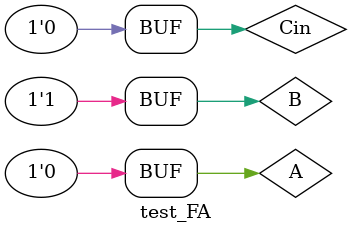
<source format=v>
module test_FA; //test bench to test FA (Full Adder)

	// Inputs are regs here
	reg A, B, Cin;
		
	// Outputs are wires here
	wire S, Cout;
	
	// Instantiate the Unit/Design Under Test (U/DUT)
	// FA dut (Sum, Cout, A, B, Cin);  // Positional association
	FA dut (.A(A), .B(B), .Cin(Cin), .Sum(S), .Cout(Cout));  // Explicit association

	initial begin
		// Initialize Inputs		
		A = 0; B = 0; Cin = 0;
		#10	
		Cin = 1;
		#10
		B = 1; 
		#10
		A = 1;
		#10
		A = 0;
		#10
		Cin = 0;		
	end
	
	initial begin
		$monitor("A=%b,B=%b,Cin=%b--->Sum=%b,Cout=%b  \n",A,B,Cin,S,Cout);		
	end
	      
endmodule
</source>
